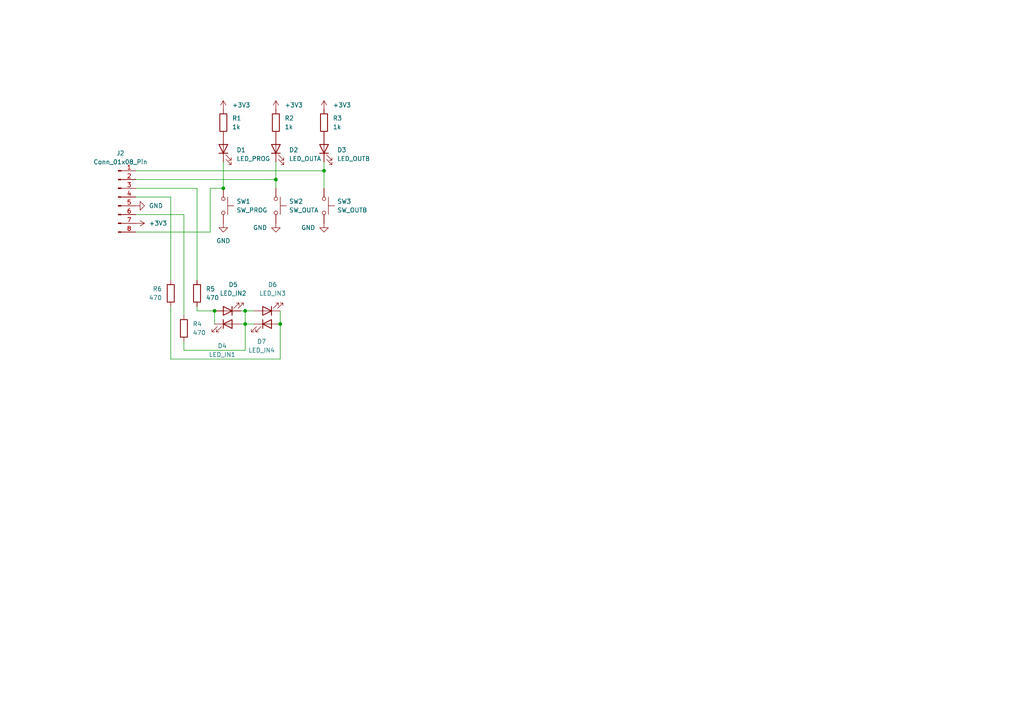
<source format=kicad_sch>
(kicad_sch (version 20231120) (generator "eeschema") (generator_version "8.0")
  (paper "A4")
  (lib_symbols
    (symbol "Connector:Conn_01x08_Pin" (pin_names (offset 1.016) hide)
      (property "Reference" "J" (at 0 10.16 0))
      (property "Value" "Conn_01x08_Pin" (at 0 -12.7 0))
      (symbol "Conn_01x08_Pin_1_1"
        (polyline (pts (xy 1.27 -10.16) (xy 0.8636 -10.16)) (stroke (width 0.1524)))
        (polyline (pts (xy 1.27 -7.62) (xy 0.8636 -7.62)) (stroke (width 0.1524)))
        (polyline (pts (xy 1.27 -5.08) (xy 0.8636 -5.08)) (stroke (width 0.1524)))
        (polyline (pts (xy 1.27 -2.54) (xy 0.8636 -2.54)) (stroke (width 0.1524)))
        (polyline (pts (xy 1.27 0) (xy 0.8636 0)) (stroke (width 0.1524)))
        (polyline (pts (xy 1.27 2.54) (xy 0.8636 2.54)) (stroke (width 0.1524)))
        (polyline (pts (xy 1.27 5.08) (xy 0.8636 5.08)) (stroke (width 0.1524)))
        (polyline (pts (xy 1.27 7.62) (xy 0.8636 7.62)) (stroke (width 0.1524)))
        (rectangle (start 0.8636 -10.033) (end 0 -10.287) (stroke (width 0.1524)) (fill (type outline)))
        (rectangle (start 0.8636 -7.493) (end 0 -7.747) (stroke (width 0.1524)) (fill (type outline)))
        (rectangle (start 0.8636 -4.953) (end 0 -5.207) (stroke (width 0.1524)) (fill (type outline)))
        (rectangle (start 0.8636 -2.413) (end 0 -2.667) (stroke (width 0.1524)) (fill (type outline)))
        (rectangle (start 0.8636 0.127) (end 0 -0.127) (stroke (width 0.1524)) (fill (type outline)))
        (rectangle (start 0.8636 2.667) (end 0 2.413) (stroke (width 0.1524)) (fill (type outline)))
        (rectangle (start 0.8636 5.207) (end 0 4.953) (stroke (width 0.1524)) (fill (type outline)))
        (rectangle (start 0.8636 7.747) (end 0 7.493) (stroke (width 0.1524)) (fill (type outline)))
        (pin passive line (at 5.08 7.62 180) (length 3.81) (name "Pin_1") (number "1"))
        (pin passive line (at 5.08 5.08 180) (length 3.81) (name "Pin_2") (number "2"))
        (pin passive line (at 5.08 2.54 180) (length 3.81) (name "Pin_3") (number "3"))
        (pin passive line (at 5.08 0 180) (length 3.81) (name "Pin_4") (number "4"))
        (pin passive line (at 5.08 -2.54 180) (length 3.81) (name "Pin_5") (number "5"))
        (pin passive line (at 5.08 -5.08 180) (length 3.81) (name "Pin_6") (number "6"))
        (pin passive line (at 5.08 -7.62 180) (length 3.81) (name "Pin_7") (number "7"))
        (pin passive line (at 5.08 -10.16 180) (length 3.81) (name "Pin_8") (number "8"))
      )
    )
    (symbol "Device:LED" (pin_numbers hide) (pin_names (offset 1.016) hide)
      (property "Reference" "D" (at 0 2.54 0))
      (property "Value" "LED" (at 0 -2.54 0))
      (symbol "LED_0_1"
        (polyline (pts (xy -1.27 -1.27) (xy -1.27 1.27)) (stroke (width 0.254)))
        (polyline (pts (xy -1.27 0) (xy 1.27 0)))
        (polyline (pts (xy 1.27 -1.27) (xy 1.27 1.27) (xy -1.27 0) (xy 1.27 -1.27)) (stroke (width 0.254)))
        (polyline (pts (xy -3.048 -0.762) (xy -4.572 -2.286) (xy -3.81 -2.286) (xy -4.572 -2.286) (xy -4.572 -1.524)))
        (polyline (pts (xy -1.778 -0.762) (xy -3.302 -2.286) (xy -2.54 -2.286) (xy -3.302 -2.286) (xy -3.302 -1.524)))
      )
      (symbol "LED_1_1"
        (pin passive line (at -3.81 0 0) (length 2.54) (name "K") (number "1"))
        (pin passive line (at 3.81 0 180) (length 2.54) (name "A") (number "2"))
      )
    )
    (symbol "Device:R" (pin_numbers hide) (pin_names (offset 0))
      (property "Reference" "R" (at 2.032 0 90))
      (property "Value" "R" (at 0 0 90))
      (symbol "R_0_1"
        (rectangle (start -1.016 -2.54) (end 1.016 2.54) (stroke (width 0.254)))
      )
      (symbol "R_1_1"
        (pin passive line (at 0 3.81 270) (length 1.27) (name "~") (number "1"))
        (pin passive line (at 0 -3.81 90) (length 1.27) (name "~") (number "2"))
      )
    )
    (symbol "Switch:SW_Push" (pin_numbers hide) (pin_names (offset 1.016) hide)
      (property "Reference" "SW" (at 1.27 2.54 0))
      (property "Value" "SW_Push" (at 0 -1.524 0))
      (symbol "SW_Push_0_1"
        (circle (center -2.032 0) (radius 0.508))
        (polyline (pts (xy 0 1.27) (xy 0 3.048)))
        (polyline (pts (xy 2.54 1.27) (xy -2.54 1.27)))
        (circle (center 2.032 0) (radius 0.508))
        (pin passive line (at -5.08 0 0) (length 2.54) (name "1") (number "1"))
        (pin passive line (at 5.08 0 180) (length 2.54) (name "2") (number "2"))
      )
    )
    (symbol "power:+3V3" (power) (pin_numbers hide) (pin_names (offset 0) hide)
      (property "Value" "+3V3" (at 0 3.556 0))
      (symbol "+3V3_0_1"
        (polyline (pts (xy -0.762 1.27) (xy 0 2.54)))
        (polyline (pts (xy 0 0) (xy 0 2.54)))
        (polyline (pts (xy 0 2.54) (xy 0.762 1.27)))
      )
      (symbol "+3V3_1_1"
        (pin power_in line (at 0 0 90) (length 0) (name "~") (number "1"))
      )
    )
    (symbol "power:GND" (power) (pin_numbers hide) (pin_names (offset 0) hide)
      (property "Value" "GND" (at 0 -3.81 0))
      (symbol "GND_0_1"
        (polyline (pts (xy 0 0) (xy 0 -1.27) (xy 1.27 -1.27) (xy 0 -2.54) (xy -1.27 -1.27) (xy 0 -1.27)))
      )
      (symbol "GND_1_1"
        (pin power_in line (at 0 0 270) (length 0) (name "~") (number "1"))
      )
    )
  )
  (junction (at 71.12 90.17))
  (junction (at 93.98 49.53))
  (junction (at 64.77 54.61))
  (junction (at 62.23 90.17))
  (junction (at 71.12 93.98))
  (junction (at 80.01 52.07))
  (junction (at 81.28 93.98))
  (wire (pts (xy 64.77 46.99) (xy 64.77 54.61)))
  (wire (pts (xy 53.34 62.23) (xy 53.34 91.44)))
  (wire (pts (xy 93.98 46.99) (xy 93.98 49.53)))
  (wire (pts (xy 39.37 57.15) (xy 49.53 57.15)))
  (wire (pts (xy 39.37 67.31) (xy 60.96 67.31)))
  (wire (pts (xy 39.37 62.23) (xy 53.34 62.23)))
  (wire (pts (xy 71.12 90.17) (xy 71.12 93.98)))
  (wire (pts (xy 62.23 90.17) (xy 62.23 93.98)))
  (wire (pts (xy 69.85 90.17) (xy 71.12 90.17)))
  (wire (pts (xy 60.96 67.31) (xy 60.96 54.61)))
  (wire (pts (xy 71.12 101.6) (xy 53.34 101.6)))
  (wire (pts (xy 93.98 49.53) (xy 93.98 54.61)))
  (wire (pts (xy 81.28 90.17) (xy 81.28 93.98)))
  (wire (pts (xy 80.01 46.99) (xy 80.01 52.07)))
  (wire (pts (xy 57.15 88.9) (xy 57.15 90.17)))
  (wire (pts (xy 69.85 93.98) (xy 71.12 93.98)))
  (wire (pts (xy 71.12 90.17) (xy 73.66 90.17)))
  (wire (pts (xy 49.53 57.15) (xy 49.53 81.28)))
  (wire (pts (xy 71.12 93.98) (xy 73.66 93.98)))
  (wire (pts (xy 60.96 54.61) (xy 64.77 54.61)))
  (wire (pts (xy 57.15 54.61) (xy 57.15 81.28)))
  (wire (pts (xy 80.01 52.07) (xy 80.01 54.61)))
  (wire (pts (xy 49.53 88.9) (xy 49.53 104.14)))
  (wire (pts (xy 53.34 101.6) (xy 53.34 99.06)))
  (wire (pts (xy 39.37 49.53) (xy 93.98 49.53)))
  (wire (pts (xy 81.28 104.14) (xy 49.53 104.14)))
  (wire (pts (xy 39.37 54.61) (xy 57.15 54.61)))
  (wire (pts (xy 57.15 90.17) (xy 62.23 90.17)))
  (wire (pts (xy 39.37 52.07) (xy 80.01 52.07)))
  (wire (pts (xy 81.28 93.98) (xy 81.28 104.14)))
  (wire (pts (xy 71.12 93.98) (xy 71.12 101.6)))
  (symbol (lib_id "Switch:SW_Push") (at 64.77 59.69 270) (mirror x) (unit 1)
    (property "Reference" "SW1" (at 68.58 58.4199 90) (effects (justify left)))
    (property "Value" "SW_PROG" (at 68.58 60.9599 90) (effects (justify left)))
    (property "Footprint" "Button_Switch_SMD:SW_SPST_CK_RS282G05A3" (effects (hide yes)))
    (property "Description" "Push button switch, generic, two pins" (effects (hide yes)))
  )
  (symbol (lib_id "Device:R") (at 64.77 35.56 0) (unit 1)
    (property "Reference" "R1" (at 67.31 34.2899 0) (effects (justify left)))
    (property "Value" "1k" (at 67.31 36.8299 0) (effects (justify left)))
    (property "Footprint" "Resistor_SMD:R_0805_2012Metric" (effects (hide yes)))
    (property "Description" "Resistor" (effects (hide yes)))
  )
  (symbol (lib_id "Connector:Conn_01x08_Pin") (at 34.29 57.15 0) (unit 1)
    (property "Reference" "J2" (at 34.925 44.45 0))
    (property "Value" "Conn_01x08_Pin" (at 34.925 46.99 0))
    (property "Footprint" "Connector_PinHeader_2.54mm:PinHeader_1x08_P2.54mm_Vertical" (effects (hide yes)))
    (property "Description" "Generic connector, single row, 01x08, script generated" (effects (hide yes)))
  )
  (symbol (lib_id "power:GND") (at 93.98 64.77 0) (unit 1)
    (property "Reference" "#PWR08" (effects (hide yes)))
    (property "Value" "GND" (at 91.44 66.0399 0) (effects (justify right)))
    (property "Description" "Power symbol creates a global label with name \"GND\" , ground" (effects (hide yes)))
  )
  (symbol (lib_id "power:+3V3") (at 64.77 31.75 0) (unit 1)
    (property "Reference" "#PWR03" (effects (hide yes)))
    (property "Value" "+3V3" (at 67.31 30.4799 0) (effects (justify left)))
    (property "Description" "Power symbol creates a global label with name \"+3V3\"" (effects (hide yes)))
  )
  (symbol (lib_id "power:+3V3") (at 80.01 31.75 0) (unit 1)
    (property "Reference" "#PWR05" (effects (hide yes)))
    (property "Value" "+3V3" (at 82.55 30.4799 0) (effects (justify left)))
    (property "Description" "Power symbol creates a global label with name \"+3V3\"" (effects (hide yes)))
  )
  (symbol (lib_id "Device:LED") (at 66.04 90.17 180) (unit 1)
    (property "Reference" "D5" (at 67.6275 82.55 0))
    (property "Value" "LED_IN2" (at 67.6275 85.09 0))
    (property "Footprint" "LED_SMD:LED_0805_2012Metric" (effects (hide yes)))
    (property "Description" "Light emitting diode" (effects (hide yes)))
  )
  (symbol (lib_id "Device:R") (at 49.53 85.09 180) (unit 1)
    (property "Reference" "R6" (at 46.99 83.8199 0) (effects (justify left)))
    (property "Value" "470" (at 46.99 86.3599 0) (effects (justify left)))
    (property "Footprint" "Resistor_SMD:R_0805_2012Metric" (effects (hide yes)))
    (property "Description" "Resistor" (effects (hide yes)))
  )
  (symbol (lib_id "Device:LED") (at 93.98 43.18 90) (unit 1)
    (property "Reference" "D3" (at 97.79 43.4974 90) (effects (justify right)))
    (property "Value" "LED_OUTB" (at 97.79 46.0374 90) (effects (justify right)))
    (property "Footprint" "LED_SMD:LED_0805_2012Metric" (effects (hide yes)))
    (property "Description" "Light emitting diode" (effects (hide yes)))
  )
  (symbol (lib_id "Device:R") (at 80.01 35.56 0) (unit 1)
    (property "Reference" "R2" (at 82.55 34.2899 0) (effects (justify left)))
    (property "Value" "1k" (at 82.55 36.8299 0) (effects (justify left)))
    (property "Footprint" "Resistor_SMD:R_0805_2012Metric" (effects (hide yes)))
    (property "Description" "Resistor" (effects (hide yes)))
  )
  (symbol (lib_id "Device:LED") (at 66.04 93.98 0) (unit 1)
    (property "Reference" "D4" (at 64.4525 100.33 0))
    (property "Value" "LED_IN1" (at 64.4525 102.87 0))
    (property "Footprint" "LED_SMD:LED_0805_2012Metric" (effects (hide yes)))
    (property "Description" "Light emitting diode" (effects (hide yes)))
  )
  (symbol (lib_id "power:GND") (at 39.37 59.69 90) (unit 1)
    (property "Reference" "#PWR02" (effects (hide yes)))
    (property "Value" "GND" (at 43.18 59.6899 90) (effects (justify right)))
    (property "Description" "Power symbol creates a global label with name \"GND\" , ground" (effects (hide yes)))
  )
  (symbol (lib_id "Device:LED") (at 77.47 93.98 0) (unit 1)
    (property "Reference" "D7" (at 75.8825 99.06 0))
    (property "Value" "LED_IN4" (at 75.8825 101.6 0))
    (property "Footprint" "LED_SMD:LED_0805_2012Metric" (effects (hide yes)))
    (property "Description" "Light emitting diode" (effects (hide yes)))
  )
  (symbol (lib_id "Device:LED") (at 64.77 43.18 90) (unit 1)
    (property "Reference" "D1" (at 68.58 43.4974 90) (effects (justify right)))
    (property "Value" "LED_PROG" (at 68.58 46.0374 90) (effects (justify right)))
    (property "Footprint" "LED_SMD:LED_0805_2012Metric" (effects (hide yes)))
    (property "Description" "Light emitting diode" (effects (hide yes)))
  )
  (symbol (lib_id "Device:R") (at 93.98 35.56 0) (unit 1)
    (property "Reference" "R3" (at 96.52 34.2899 0) (effects (justify left)))
    (property "Value" "1k" (at 96.52 36.8299 0) (effects (justify left)))
    (property "Footprint" "Resistor_SMD:R_0805_2012Metric" (effects (hide yes)))
    (property "Description" "Resistor" (effects (hide yes)))
  )
  (symbol (lib_id "power:GND") (at 64.77 64.77 0) (unit 1)
    (property "Reference" "#PWR04" (effects (hide yes)))
    (property "Value" "GND" (at 64.77 69.85 0))
    (property "Description" "Power symbol creates a global label with name \"GND\" , ground" (effects (hide yes)))
  )
  (symbol (lib_id "power:+3V3") (at 39.37 64.77 270) (unit 1)
    (property "Reference" "#PWR01" (effects (hide yes)))
    (property "Value" "+3V3" (at 43.18 64.7699 90) (effects (justify left)))
    (property "Description" "Power symbol creates a global label with name \"+3V3\"" (effects (hide yes)))
  )
  (symbol (lib_id "power:GND") (at 80.01 64.77 0) (unit 1)
    (property "Reference" "#PWR06" (effects (hide yes)))
    (property "Value" "GND" (at 77.47 66.0399 0) (effects (justify right)))
    (property "Description" "Power symbol creates a global label with name \"GND\" , ground" (effects (hide yes)))
  )
  (symbol (lib_id "Switch:SW_Push") (at 93.98 59.69 270) (mirror x) (unit 1)
    (property "Reference" "SW3" (at 97.79 58.4199 90) (effects (justify left)))
    (property "Value" "SW_OUTB" (at 97.79 60.9599 90) (effects (justify left)))
    (property "Footprint" "Button_Switch_SMD:SW_SPST_CK_RS282G05A3" (effects (hide yes)))
    (property "Description" "Push button switch, generic, two pins" (effects (hide yes)))
  )
  (symbol (lib_id "Device:R") (at 57.15 85.09 0) (unit 1)
    (property "Reference" "R5" (at 59.69 83.8199 0) (effects (justify left)))
    (property "Value" "470" (at 59.69 86.3599 0) (effects (justify left)))
    (property "Footprint" "Resistor_SMD:R_0805_2012Metric" (effects (hide yes)))
    (property "Description" "Resistor" (effects (hide yes)))
  )
  (symbol (lib_id "Device:LED") (at 80.01 43.18 90) (unit 1)
    (property "Reference" "D2" (at 83.82 43.4974 90) (effects (justify right)))
    (property "Value" "LED_OUTA" (at 83.82 46.0374 90) (effects (justify right)))
    (property "Footprint" "LED_SMD:LED_0805_2012Metric" (effects (hide yes)))
    (property "Description" "Light emitting diode" (effects (hide yes)))
  )
  (symbol (lib_id "Switch:SW_Push") (at 80.01 59.69 270) (mirror x) (unit 1)
    (property "Reference" "SW2" (at 83.82 58.4199 90) (effects (justify left)))
    (property "Value" "SW_OUTA" (at 83.82 60.9599 90) (effects (justify left)))
    (property "Footprint" "Button_Switch_SMD:SW_SPST_CK_RS282G05A3" (effects (hide yes)))
    (property "Description" "Push button switch, generic, two pins" (effects (hide yes)))
  )
  (symbol (lib_id "Device:LED") (at 77.47 90.17 180) (unit 1)
    (property "Reference" "D6" (at 79.0575 82.55 0))
    (property "Value" "LED_IN3" (at 79.0575 85.09 0))
    (property "Footprint" "LED_SMD:LED_0805_2012Metric" (effects (hide yes)))
    (property "Description" "Light emitting diode" (effects (hide yes)))
  )
  (symbol (lib_id "power:+3V3") (at 93.98 31.75 0) (unit 1)
    (property "Reference" "#PWR07" (effects (hide yes)))
    (property "Value" "+3V3" (at 96.52 30.4799 0) (effects (justify left)))
    (property "Description" "Power symbol creates a global label with name \"+3V3\"" (effects (hide yes)))
  )
  (symbol (lib_id "Device:R") (at 53.34 95.25 180) (unit 1)
    (property "Reference" "R4" (at 55.88 93.9799 0) (effects (justify right)))
    (property "Value" "470" (at 55.88 96.5199 0) (effects (justify right)))
    (property "Footprint" "Resistor_SMD:R_0805_2012Metric" (effects (hide yes)))
    (property "Description" "Resistor" (effects (hide yes)))
  )
)
</source>
